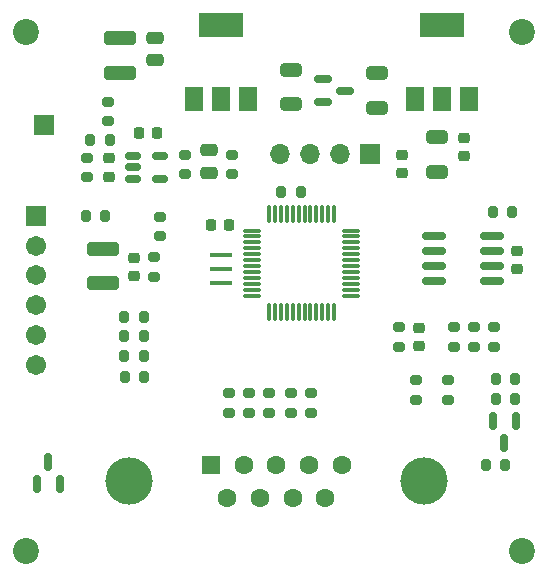
<source format=gts>
G04 #@! TF.GenerationSoftware,KiCad,Pcbnew,7.0.7-7.0.7~ubuntu22.04.1*
G04 #@! TF.CreationDate,2023-09-20T09:52:15-03:00*
G04 #@! TF.ProjectId,CTB-02,4354422d-3032-42e6-9b69-6361645f7063,rev?*
G04 #@! TF.SameCoordinates,Original*
G04 #@! TF.FileFunction,Soldermask,Top*
G04 #@! TF.FilePolarity,Negative*
%FSLAX46Y46*%
G04 Gerber Fmt 4.6, Leading zero omitted, Abs format (unit mm)*
G04 Created by KiCad (PCBNEW 7.0.7-7.0.7~ubuntu22.04.1) date 2023-09-20 09:52:15*
%MOMM*%
%LPD*%
G01*
G04 APERTURE LIST*
G04 Aperture macros list*
%AMRoundRect*
0 Rectangle with rounded corners*
0 $1 Rounding radius*
0 $2 $3 $4 $5 $6 $7 $8 $9 X,Y pos of 4 corners*
0 Add a 4 corners polygon primitive as box body*
4,1,4,$2,$3,$4,$5,$6,$7,$8,$9,$2,$3,0*
0 Add four circle primitives for the rounded corners*
1,1,$1+$1,$2,$3*
1,1,$1+$1,$4,$5*
1,1,$1+$1,$6,$7*
1,1,$1+$1,$8,$9*
0 Add four rect primitives between the rounded corners*
20,1,$1+$1,$2,$3,$4,$5,0*
20,1,$1+$1,$4,$5,$6,$7,0*
20,1,$1+$1,$6,$7,$8,$9,0*
20,1,$1+$1,$8,$9,$2,$3,0*%
G04 Aperture macros list end*
%ADD10R,1.900000X0.400000*%
%ADD11RoundRect,0.102000X-0.754000X0.754000X-0.754000X-0.754000X0.754000X-0.754000X0.754000X0.754000X0*%
%ADD12C,1.712000*%
%ADD13RoundRect,0.150000X0.150000X-0.587500X0.150000X0.587500X-0.150000X0.587500X-0.150000X-0.587500X0*%
%ADD14RoundRect,0.200000X-0.200000X-0.275000X0.200000X-0.275000X0.200000X0.275000X-0.200000X0.275000X0*%
%ADD15RoundRect,0.200000X0.200000X0.275000X-0.200000X0.275000X-0.200000X-0.275000X0.200000X-0.275000X0*%
%ADD16RoundRect,0.200000X0.275000X-0.200000X0.275000X0.200000X-0.275000X0.200000X-0.275000X-0.200000X0*%
%ADD17C,2.200000*%
%ADD18RoundRect,0.200000X-0.275000X0.200000X-0.275000X-0.200000X0.275000X-0.200000X0.275000X0.200000X0*%
%ADD19R,1.500000X2.000000*%
%ADD20R,3.800000X2.000000*%
%ADD21RoundRect,0.150000X-0.150000X0.587500X-0.150000X-0.587500X0.150000X-0.587500X0.150000X0.587500X0*%
%ADD22RoundRect,0.250000X0.650000X-0.325000X0.650000X0.325000X-0.650000X0.325000X-0.650000X-0.325000X0*%
%ADD23RoundRect,0.225000X0.250000X-0.225000X0.250000X0.225000X-0.250000X0.225000X-0.250000X-0.225000X0*%
%ADD24RoundRect,0.218750X0.256250X-0.218750X0.256250X0.218750X-0.256250X0.218750X-0.256250X-0.218750X0*%
%ADD25RoundRect,0.225000X0.225000X0.250000X-0.225000X0.250000X-0.225000X-0.250000X0.225000X-0.250000X0*%
%ADD26R,1.700000X1.700000*%
%ADD27O,1.700000X1.700000*%
%ADD28RoundRect,0.150000X-0.512500X-0.150000X0.512500X-0.150000X0.512500X0.150000X-0.512500X0.150000X0*%
%ADD29RoundRect,0.250000X1.100000X-0.325000X1.100000X0.325000X-1.100000X0.325000X-1.100000X-0.325000X0*%
%ADD30RoundRect,0.250000X0.475000X-0.250000X0.475000X0.250000X-0.475000X0.250000X-0.475000X-0.250000X0*%
%ADD31RoundRect,0.150000X-0.587500X-0.150000X0.587500X-0.150000X0.587500X0.150000X-0.587500X0.150000X0*%
%ADD32C,4.000000*%
%ADD33R,1.600000X1.600000*%
%ADD34C,1.600000*%
%ADD35RoundRect,0.225000X-0.250000X0.225000X-0.250000X-0.225000X0.250000X-0.225000X0.250000X0.225000X0*%
%ADD36RoundRect,0.250000X-0.475000X0.250000X-0.475000X-0.250000X0.475000X-0.250000X0.475000X0.250000X0*%
%ADD37RoundRect,0.150000X-0.825000X-0.150000X0.825000X-0.150000X0.825000X0.150000X-0.825000X0.150000X0*%
%ADD38RoundRect,0.250000X-0.650000X0.325000X-0.650000X-0.325000X0.650000X-0.325000X0.650000X0.325000X0*%
%ADD39RoundRect,0.075000X-0.662500X-0.075000X0.662500X-0.075000X0.662500X0.075000X-0.662500X0.075000X0*%
%ADD40RoundRect,0.075000X-0.075000X-0.662500X0.075000X-0.662500X0.075000X0.662500X-0.075000X0.662500X0*%
%ADD41RoundRect,0.250000X-1.100000X0.325000X-1.100000X-0.325000X1.100000X-0.325000X1.100000X0.325000X0*%
G04 APERTURE END LIST*
D10*
X145300000Y-86900000D03*
X145300000Y-88100000D03*
X145300000Y-89300000D03*
D11*
X129650000Y-83625000D03*
D12*
X129650000Y-86125000D03*
X129650000Y-88625000D03*
X129650000Y-91165000D03*
X129650000Y-93705000D03*
X129650000Y-96245000D03*
D13*
X129750000Y-106287500D03*
X131650000Y-106287500D03*
X130700000Y-104412500D03*
D14*
X133875000Y-83600000D03*
X135525000Y-83600000D03*
D15*
X170225000Y-97412500D03*
X168575000Y-97412500D03*
D16*
X139650000Y-88775000D03*
X139650000Y-87125000D03*
D17*
X128800000Y-112000000D03*
D16*
X164500000Y-99175000D03*
X164500000Y-97525000D03*
D17*
X170800000Y-112000000D03*
D16*
X168400000Y-94675000D03*
X168400000Y-93025000D03*
D18*
X135750000Y-73925000D03*
X135750000Y-75575000D03*
D14*
X168300000Y-83250000D03*
X169950000Y-83250000D03*
D16*
X161800000Y-99175000D03*
X161800000Y-97525000D03*
D14*
X137112500Y-93812500D03*
X138762500Y-93812500D03*
X134225000Y-77150000D03*
X135875000Y-77150000D03*
D16*
X134000000Y-80325000D03*
X134000000Y-78675000D03*
X160400000Y-94675000D03*
X160400000Y-93025000D03*
D19*
X161700000Y-73750000D03*
X164000000Y-73750000D03*
X166300000Y-73750000D03*
D20*
X164000000Y-67450000D03*
D16*
X165000000Y-94675000D03*
X165000000Y-93025000D03*
D18*
X146250000Y-78425000D03*
X146250000Y-80075000D03*
D21*
X170250000Y-100975000D03*
X168350000Y-100975000D03*
X169300000Y-102850000D03*
D22*
X163600000Y-79875000D03*
X163600000Y-76925000D03*
D23*
X137950000Y-88725000D03*
X137950000Y-87175000D03*
D24*
X162100000Y-94637500D03*
X162100000Y-93062500D03*
D15*
X152075000Y-81550000D03*
X150425000Y-81550000D03*
D19*
X143000000Y-73750000D03*
X145300000Y-73750000D03*
X147600000Y-73750000D03*
D20*
X145300000Y-67450000D03*
D25*
X139875000Y-76550000D03*
X138325000Y-76550000D03*
D23*
X135800000Y-80275000D03*
X135800000Y-78725000D03*
D26*
X130300000Y-75950000D03*
D16*
X142250000Y-80075000D03*
X142250000Y-78425000D03*
D18*
X140150000Y-83675000D03*
X140150000Y-85325000D03*
D26*
X157900000Y-78400000D03*
D27*
X155360000Y-78400000D03*
X152820000Y-78400000D03*
X150280000Y-78400000D03*
D14*
X137112500Y-92162500D03*
X138762500Y-92162500D03*
D16*
X147700000Y-100275000D03*
X147700000Y-98625000D03*
D17*
X170800000Y-68000000D03*
D16*
X149400000Y-100275000D03*
X149400000Y-98625000D03*
X151200000Y-100275000D03*
X151200000Y-98625000D03*
D14*
X137137500Y-97250000D03*
X138787500Y-97250000D03*
X168575000Y-99112500D03*
X170225000Y-99112500D03*
D28*
X137862500Y-78550000D03*
X137862500Y-79500000D03*
X137862500Y-80450000D03*
X140137500Y-80450000D03*
X140137500Y-78550000D03*
D29*
X135350000Y-89325000D03*
X135350000Y-86375000D03*
D14*
X137112500Y-95512500D03*
X138762500Y-95512500D03*
D30*
X144250000Y-79950000D03*
X144250000Y-78050000D03*
D31*
X153962500Y-72050000D03*
X153962500Y-73950000D03*
X155837500Y-73000000D03*
D32*
X137490000Y-106089669D03*
X162490000Y-106089669D03*
D33*
X144450000Y-104669669D03*
D34*
X147220000Y-104669669D03*
X149990000Y-104669669D03*
X152760000Y-104669669D03*
X155530000Y-104669669D03*
X145835000Y-107509669D03*
X148605000Y-107509669D03*
X151375000Y-107509669D03*
X154145000Y-107509669D03*
D25*
X146025000Y-84350000D03*
X144475000Y-84350000D03*
D18*
X166700000Y-93025000D03*
X166700000Y-94675000D03*
D35*
X170400000Y-86575000D03*
X170400000Y-88125000D03*
D36*
X139750000Y-68550000D03*
X139750000Y-70450000D03*
D37*
X163325000Y-85345000D03*
X163325000Y-86615000D03*
X163325000Y-87885000D03*
X163325000Y-89155000D03*
X168275000Y-89155000D03*
X168275000Y-87885000D03*
X168275000Y-86615000D03*
X168275000Y-85345000D03*
D15*
X169375000Y-104712500D03*
X167725000Y-104712500D03*
D35*
X160600000Y-78425000D03*
X160600000Y-79975000D03*
D38*
X158500000Y-71525000D03*
X158500000Y-74475000D03*
D23*
X165900000Y-78575000D03*
X165900000Y-77025000D03*
D39*
X147967500Y-84850000D03*
X147967500Y-85350000D03*
X147967500Y-85850000D03*
X147967500Y-86350000D03*
X147967500Y-86850000D03*
X147967500Y-87350000D03*
X147967500Y-87850000D03*
X147967500Y-88350000D03*
X147967500Y-88850000D03*
X147967500Y-89350000D03*
X147967500Y-89850000D03*
X147967500Y-90350000D03*
D40*
X149380000Y-91762500D03*
X149880000Y-91762500D03*
X150380000Y-91762500D03*
X150880000Y-91762500D03*
X151380000Y-91762500D03*
X151880000Y-91762500D03*
X152380000Y-91762500D03*
X152880000Y-91762500D03*
X153380000Y-91762500D03*
X153880000Y-91762500D03*
X154380000Y-91762500D03*
X154880000Y-91762500D03*
D39*
X156292500Y-90350000D03*
X156292500Y-89850000D03*
X156292500Y-89350000D03*
X156292500Y-88850000D03*
X156292500Y-88350000D03*
X156292500Y-87850000D03*
X156292500Y-87350000D03*
X156292500Y-86850000D03*
X156292500Y-86350000D03*
X156292500Y-85850000D03*
X156292500Y-85350000D03*
X156292500Y-84850000D03*
D40*
X154880000Y-83437500D03*
X154380000Y-83437500D03*
X153880000Y-83437500D03*
X153380000Y-83437500D03*
X152880000Y-83437500D03*
X152380000Y-83437500D03*
X151880000Y-83437500D03*
X151380000Y-83437500D03*
X150880000Y-83437500D03*
X150380000Y-83437500D03*
X149880000Y-83437500D03*
X149380000Y-83437500D03*
D38*
X151200000Y-71225000D03*
X151200000Y-74175000D03*
D41*
X136750000Y-68525000D03*
X136750000Y-71475000D03*
D17*
X128800000Y-68000000D03*
D16*
X152900000Y-100275000D03*
X152900000Y-98625000D03*
D18*
X146000000Y-98625000D03*
X146000000Y-100275000D03*
M02*

</source>
